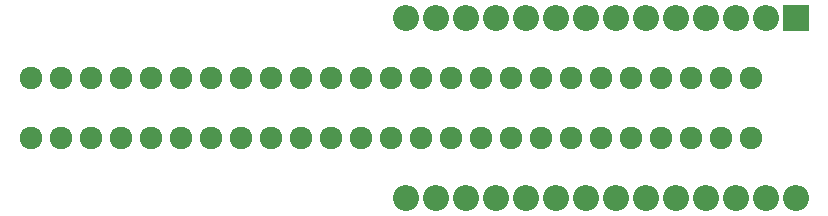
<source format=gbr>
G04 #@! TF.FileFunction,Soldermask,Bot*
%FSLAX46Y46*%
G04 Gerber Fmt 4.6, Leading zero omitted, Abs format (unit mm)*
G04 Created by KiCad (PCBNEW 4.0.7) date 02/21/19 10:09:24*
%MOMM*%
%LPD*%
G01*
G04 APERTURE LIST*
%ADD10C,0.100000*%
%ADD11C,1.924000*%
%ADD12R,2.200000X2.200000*%
%ADD13O,2.200000X2.200000*%
G04 APERTURE END LIST*
D10*
D11*
X177711000Y-102464000D03*
X177711000Y-107544000D03*
X175171000Y-102464000D03*
X175171000Y-107544000D03*
X172631000Y-102464000D03*
X172631000Y-107544000D03*
X170091000Y-102464000D03*
X170091000Y-107544000D03*
X167551000Y-102464000D03*
X167551000Y-107544000D03*
X165011000Y-102464000D03*
X165011000Y-107544000D03*
X162471000Y-102464000D03*
X162471000Y-107544000D03*
X159931000Y-102464000D03*
X159931000Y-107544000D03*
X157391000Y-102464000D03*
X157391000Y-107544000D03*
X154851000Y-102464000D03*
X154851000Y-107544000D03*
X152311000Y-102464000D03*
X152311000Y-107544000D03*
X149771000Y-102464000D03*
X149771000Y-107544000D03*
X147231000Y-102464000D03*
X147231000Y-107544000D03*
X144691000Y-102464000D03*
X144691000Y-107544000D03*
X142151000Y-102464000D03*
X142151000Y-107544000D03*
X139611000Y-102464000D03*
X139611000Y-107544000D03*
X137071000Y-102464000D03*
X137071000Y-107544000D03*
X134531000Y-102464000D03*
X134531000Y-107544000D03*
X131991000Y-102464000D03*
X131991000Y-107544000D03*
X129451000Y-102464000D03*
X129451000Y-107544000D03*
X126911000Y-102464000D03*
X126911000Y-107544000D03*
X124371000Y-102464000D03*
X124371000Y-107544000D03*
X121831000Y-102464000D03*
X121831000Y-107544000D03*
X119291000Y-102464000D03*
X119291000Y-107544000D03*
X116751000Y-102464000D03*
X116751000Y-107544000D03*
D12*
X181496000Y-97345500D03*
D13*
X148476000Y-112585500D03*
X178956000Y-97345500D03*
X151016000Y-112585500D03*
X176416000Y-97345500D03*
X153556000Y-112585500D03*
X173876000Y-97345500D03*
X156096000Y-112585500D03*
X171336000Y-97345500D03*
X158636000Y-112585500D03*
X168796000Y-97345500D03*
X161176000Y-112585500D03*
X166256000Y-97345500D03*
X163716000Y-112585500D03*
X163716000Y-97345500D03*
X166256000Y-112585500D03*
X161176000Y-97345500D03*
X168796000Y-112585500D03*
X158636000Y-97345500D03*
X171336000Y-112585500D03*
X156096000Y-97345500D03*
X173876000Y-112585500D03*
X153556000Y-97345500D03*
X176416000Y-112585500D03*
X151016000Y-97345500D03*
X178956000Y-112585500D03*
X148476000Y-97345500D03*
X181496000Y-112585500D03*
M02*

</source>
